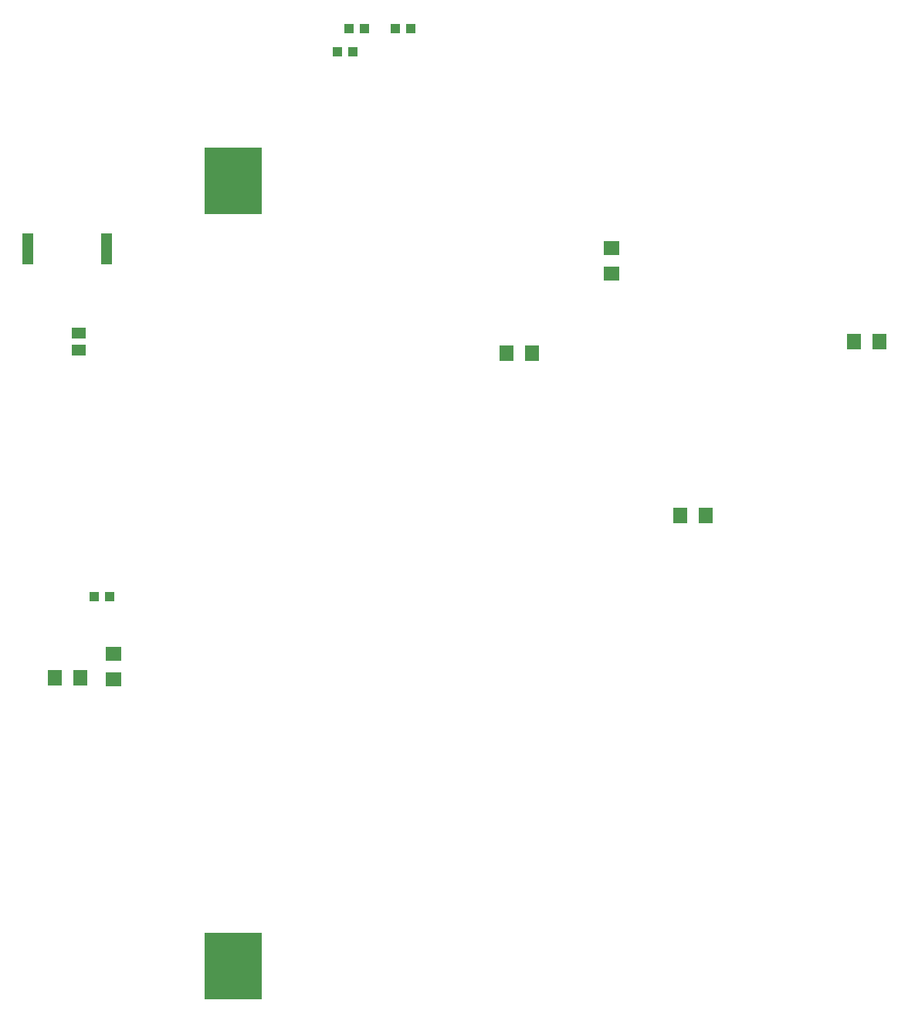
<source format=gbr>
G04 EAGLE Gerber RS-274X export*
G75*
%MOMM*%
%FSLAX34Y34*%
%LPD*%
%AMOC8*
5,1,8,0,0,1.08239X$1,22.5*%
G01*
%ADD10R,1.100000X1.000000*%
%ADD11R,1.300000X3.400000*%
%ADD12R,1.600000X1.800000*%
%ADD13R,1.800000X1.600000*%
%ADD14R,1.600000X1.300000*%
%ADD15R,6.350000X7.340000*%


D10*
X503800Y1079500D03*
X486800Y1079500D03*
X237100Y482600D03*
X220100Y482600D03*
D11*
X147000Y863600D03*
X234000Y863600D03*
D12*
X671800Y749300D03*
X699800Y749300D03*
D13*
X241300Y420400D03*
X241300Y392400D03*
D12*
X1052800Y762000D03*
X1080800Y762000D03*
D13*
X787400Y836900D03*
X787400Y864900D03*
D12*
X862300Y571500D03*
X890300Y571500D03*
D10*
X499500Y1104900D03*
X516500Y1104900D03*
X567300Y1104900D03*
X550300Y1104900D03*
D14*
X203200Y771500D03*
X203200Y752500D03*
D12*
X176500Y393700D03*
X204500Y393700D03*
D15*
X372110Y938000D03*
X372110Y78000D03*
M02*

</source>
